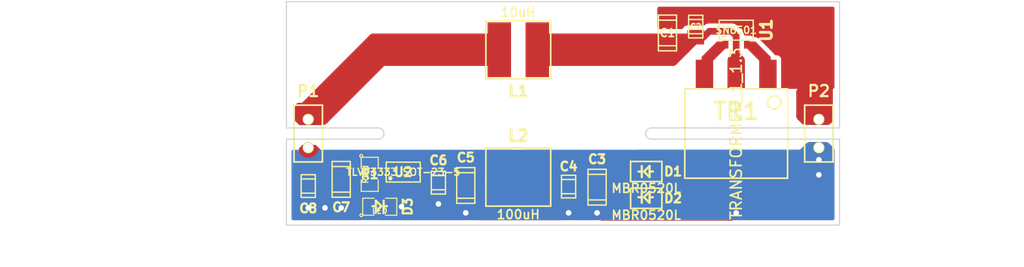
<source format=kicad_pcb>
(kicad_pcb (version 20171130) (host pcbnew "(5.1.12)-1")

  (general
    (thickness 1.6)
    (drawings 41)
    (tracks 196)
    (zones 0)
    (modules 19)
    (nets 13)
  )

  (page A3)
  (title_block
    (title "C2000 Launchpad (LAUNCHXL-F28027) isolated supply PCB")
    (rev A)
    (company "Mikolaj Stawiski")
    (comment 1 mikolaj.stawiski@gmail.com)
  )

  (layers
    (0 F.Cu signal)
    (31 B.Cu signal)
    (35 F.Paste user)
    (37 F.SilkS user)
    (38 B.Mask user)
    (39 F.Mask user)
    (40 Dwgs.User user)
    (44 Edge.Cuts user)
  )

  (setup
    (last_trace_width 0.254)
    (user_trace_width 0.5)
    (user_trace_width 0.6)
    (user_trace_width 0.7)
    (user_trace_width 0.8)
    (user_trace_width 1)
    (trace_clearance 0.254)
    (zone_clearance 0.4)
    (zone_45_only yes)
    (trace_min 0.254)
    (via_size 1)
    (via_drill 0.5)
    (via_min_size 0.8)
    (via_min_drill 0.5)
    (uvia_size 0.508)
    (uvia_drill 0.127)
    (uvias_allowed no)
    (uvia_min_size 0.508)
    (uvia_min_drill 0.127)
    (edge_width 0.1)
    (segment_width 0.2)
    (pcb_text_width 0.3)
    (pcb_text_size 1.5 1.5)
    (mod_edge_width 0.15)
    (mod_text_size 1 1)
    (mod_text_width 0.15)
    (pad_size 1.3 1.3)
    (pad_drill 0.8)
    (pad_to_mask_clearance 0.1)
    (solder_mask_min_width 0.2)
    (aux_axis_origin 98 88)
    (visible_elements 7FFFFFFF)
    (pcbplotparams
      (layerselection 0x00030_ffffffff)
      (usegerberextensions false)
      (usegerberattributes true)
      (usegerberadvancedattributes true)
      (creategerberjobfile true)
      (excludeedgelayer true)
      (linewidth 0.150000)
      (plotframeref false)
      (viasonmask false)
      (mode 1)
      (useauxorigin false)
      (hpglpennumber 1)
      (hpglpenspeed 20)
      (hpglpendiameter 15.000000)
      (psnegative false)
      (psa4output false)
      (plotreference true)
      (plotvalue false)
      (plotinvisibletext false)
      (padsonsilk false)
      (subtractmaskfromsilk false)
      (outputformat 5)
      (mirror false)
      (drillshape 0)
      (scaleselection 1)
      (outputdirectory "svg/"))
  )

  (net 0 "")
  (net 1 3.3V)
  (net 2 "3.3V isol")
  (net 3 GND)
  (net 4 GND_isol)
  (net 5 N-000001)
  (net 6 N-0000010)
  (net 7 N-0000011)
  (net 8 N-0000012)
  (net 9 N-000002)
  (net 10 N-000003)
  (net 11 N-000007)
  (net 12 N-000009)

  (net_class Default "To jest domyślna klasa połączeń."
    (clearance 0.254)
    (trace_width 0.254)
    (via_dia 1)
    (via_drill 0.5)
    (uvia_dia 0.508)
    (uvia_drill 0.127)
    (add_net 3.3V)
    (add_net "3.3V isol")
    (add_net GND)
    (add_net GND_isol)
    (add_net N-000001)
    (add_net N-0000010)
    (add_net N-0000011)
    (add_net N-0000012)
    (add_net N-000002)
    (add_net N-000003)
    (add_net N-000007)
    (add_net N-000009)
  )

  (module SOT23-5 (layer F.Cu) (tedit 5908B890) (tstamp 559BBDB3)
    (at 138.25 90.55)
    (path /5599056C)
    (attr smd)
    (fp_text reference U1 (at 2.7 0 90) (layer F.SilkS)
      (effects (font (size 1 1) (thickness 0.25)))
    )
    (fp_text value SN6501 (at 0 0) (layer F.SilkS)
      (effects (font (size 0.635 0.635) (thickness 0.127)))
    )
    (fp_line (start -1.524 -0.889) (end 1.524 -0.889) (layer F.SilkS) (width 0.127))
    (fp_line (start -1.524 0.889) (end -1.524 -0.889) (layer F.SilkS) (width 0.127))
    (fp_line (start 1.524 0.889) (end -1.524 0.889) (layer F.SilkS) (width 0.127))
    (fp_line (start 1.524 -0.889) (end 1.524 0.889) (layer F.SilkS) (width 0.127))
    (pad 1 smd rect (at -0.9525 1.27) (size 0.508 0.762) (layers F.Cu F.Paste F.Mask)
      (net 11 N-000007))
    (pad 3 smd rect (at 0.9525 1.27) (size 0.508 0.762) (layers F.Cu F.Paste F.Mask)
      (net 10 N-000003))
    (pad 5 smd rect (at -0.9525 -1.27) (size 0.508 0.762) (layers F.Cu F.Paste F.Mask)
      (net 3 GND))
    (pad 2 smd rect (at 0 1.27) (size 0.508 0.762) (layers F.Cu F.Paste F.Mask)
      (net 5 N-000001))
    (pad 4 smd rect (at 0.9525 -1.27) (size 0.508 0.762) (layers F.Cu F.Paste F.Mask)
      (net 3 GND))
    (model smd/SOT23_5.wrl
      (at (xyz 0 0 0))
      (scale (xyz 0.1 0.1 0.1))
      (rotate (xyz 0 0 0))
    )
  )

  (module SOT23-5 (layer F.Cu) (tedit 5908B8FC) (tstamp 559BBDC0)
    (at 108.45 103.25)
    (path /559AD40B)
    (attr smd)
    (fp_text reference U2 (at 0 0) (layer F.SilkS)
      (effects (font (size 0.8 0.8) (thickness 0.2)))
    )
    (fp_text value "TLV73333 SOT-23-5" (at 0 0) (layer F.SilkS)
      (effects (font (size 0.635 0.635) (thickness 0.127)))
    )
    (fp_line (start -1.524 -0.889) (end 1.524 -0.889) (layer F.SilkS) (width 0.127))
    (fp_line (start -1.524 0.889) (end -1.524 -0.889) (layer F.SilkS) (width 0.127))
    (fp_line (start 1.524 0.889) (end -1.524 0.889) (layer F.SilkS) (width 0.127))
    (fp_line (start 1.524 -0.889) (end 1.524 0.889) (layer F.SilkS) (width 0.127))
    (pad 1 smd rect (at -0.9525 1.27) (size 0.508 0.762) (layers F.Cu F.Paste F.Mask)
      (net 8 N-0000012))
    (pad 3 smd rect (at 0.9525 1.27) (size 0.508 0.762) (layers F.Cu F.Paste F.Mask)
      (net 8 N-0000012))
    (pad 5 smd rect (at -0.9525 -1.27) (size 0.508 0.762) (layers F.Cu F.Paste F.Mask)
      (net 2 "3.3V isol"))
    (pad 2 smd rect (at 0 1.27) (size 0.508 0.762) (layers F.Cu F.Paste F.Mask)
      (net 4 GND_isol))
    (pad 4 smd rect (at 0.9525 -1.27) (size 0.508 0.762) (layers F.Cu F.Paste F.Mask))
    (model smd/SOT23_5.wrl
      (at (xyz 0 0 0))
      (scale (xyz 0.1 0.1 0.1))
      (rotate (xyz 0 0 0))
    )
  )

  (module SOD-123 (layer F.Cu) (tedit 5908BDD8) (tstamp 559BBDCE)
    (at 130.2 103.2 180)
    (path /55991307)
    (fp_text reference D1 (at -2.4 0 180) (layer F.SilkS)
      (effects (font (size 0.8 0.8) (thickness 0.2)))
    )
    (fp_text value MBR0520L (at 0 -1.5 180) (layer F.SilkS)
      (effects (font (size 0.8 0.8) (thickness 0.15)))
    )
    (fp_line (start 1.4 -0.9) (end 0 -0.9) (layer F.SilkS) (width 0.15))
    (fp_line (start 1.4 0) (end 1.4 -0.9) (layer F.SilkS) (width 0.15))
    (fp_line (start 1.4 0.9) (end 1.4 0) (layer F.SilkS) (width 0.15))
    (fp_line (start 0 0.9) (end 1.4 0.9) (layer F.SilkS) (width 0.15))
    (fp_line (start -1.4 0.9) (end 0 0.9) (layer F.SilkS) (width 0.15))
    (fp_line (start -1.4 0) (end -1.4 0.9) (layer F.SilkS) (width 0.15))
    (fp_line (start -1.4 -0.9) (end -1.4 0) (layer F.SilkS) (width 0.15))
    (fp_line (start 0 -0.9) (end -1.4 -0.9) (layer F.SilkS) (width 0.15))
    (pad 1 smd rect (at -1.635 0 180) (size 0.91 1.22) (layers F.Cu F.Paste F.Mask)
      (net 6 N-0000010))
    (pad 2 smd rect (at 1.635 0 180) (size 0.91 1.22) (layers F.Cu F.Paste F.Mask)
      (net 12 N-000009))
  )

  (module SOD-123 (layer F.Cu) (tedit 5908BDDD) (tstamp 559BBDDC)
    (at 130.2 105.6 180)
    (path /55991316)
    (fp_text reference D2 (at -2.4 0 180) (layer F.SilkS)
      (effects (font (size 0.8 0.8) (thickness 0.2)))
    )
    (fp_text value MBR0520L (at 0 -1.5 180) (layer F.SilkS)
      (effects (font (size 0.8 0.8) (thickness 0.15)))
    )
    (fp_line (start 1.4 -0.9) (end 0 -0.9) (layer F.SilkS) (width 0.15))
    (fp_line (start 1.4 0) (end 1.4 -0.9) (layer F.SilkS) (width 0.15))
    (fp_line (start 1.4 0.9) (end 1.4 0) (layer F.SilkS) (width 0.15))
    (fp_line (start 0 0.9) (end 1.4 0.9) (layer F.SilkS) (width 0.15))
    (fp_line (start -1.4 0.9) (end 0 0.9) (layer F.SilkS) (width 0.15))
    (fp_line (start -1.4 0) (end -1.4 0.9) (layer F.SilkS) (width 0.15))
    (fp_line (start -1.4 -0.9) (end -1.4 0) (layer F.SilkS) (width 0.15))
    (fp_line (start 0 -0.9) (end -1.4 -0.9) (layer F.SilkS) (width 0.15))
    (pad 1 smd rect (at -1.635 0 180) (size 0.91 1.22) (layers F.Cu F.Paste F.Mask)
      (net 7 N-0000011))
    (pad 2 smd rect (at 1.635 0 180) (size 0.91 1.22) (layers F.Cu F.Paste F.Mask)
      (net 12 N-000009))
  )

  (module SM0805 (layer F.Cu) (tedit 5908B90A) (tstamp 559BBDE9)
    (at 105.45 103.45 270)
    (path /559AD6C6)
    (attr smd)
    (fp_text reference R1 (at 0 0) (layer F.SilkS)
      (effects (font (size 0.8 0.8) (thickness 0.2)))
    )
    (fp_text value Rled (at 0 0.381 270) (layer F.SilkS)
      (effects (font (size 0.50038 0.50038) (thickness 0.10922)))
    )
    (fp_line (start 1.524 0.762) (end 0.508 0.762) (layer F.SilkS) (width 0.09906))
    (fp_line (start 1.524 -0.762) (end 1.524 0.762) (layer F.SilkS) (width 0.09906))
    (fp_line (start 0.508 -0.762) (end 1.524 -0.762) (layer F.SilkS) (width 0.09906))
    (fp_line (start -1.524 -0.762) (end -0.508 -0.762) (layer F.SilkS) (width 0.09906))
    (fp_line (start -1.524 0.762) (end -1.524 -0.762) (layer F.SilkS) (width 0.09906))
    (fp_line (start -0.508 0.762) (end -1.524 0.762) (layer F.SilkS) (width 0.09906))
    (fp_circle (center -1.651 0.762) (end -1.651 0.635) (layer F.SilkS) (width 0.09906))
    (pad 1 smd rect (at -0.9525 0 270) (size 0.889 1.397) (layers F.Cu F.Paste F.Mask)
      (net 2 "3.3V isol"))
    (pad 2 smd rect (at 0.9525 0 270) (size 0.889 1.397) (layers F.Cu F.Paste F.Mask)
      (net 9 N-000002))
    (model smd/chip_cms.wrl
      (at (xyz 0 0 0))
      (scale (xyz 0.1 0.1 0.1))
      (rotate (xyz 0 0 0))
    )
  )

  (module SM0805 (layer F.Cu) (tedit 5908B944) (tstamp 559BBDF6)
    (at 106.35 106.35)
    (path /559AD6D5)
    (attr smd)
    (fp_text reference D3 (at 2.5 0 90) (layer F.SilkS)
      (effects (font (size 0.8 0.8) (thickness 0.2)))
    )
    (fp_text value LED (at 0 0.381) (layer F.SilkS)
      (effects (font (size 0.50038 0.50038) (thickness 0.10922)))
    )
    (fp_line (start 1.524 0.762) (end 0.508 0.762) (layer F.SilkS) (width 0.09906))
    (fp_line (start 1.524 -0.762) (end 1.524 0.762) (layer F.SilkS) (width 0.09906))
    (fp_line (start 0.508 -0.762) (end 1.524 -0.762) (layer F.SilkS) (width 0.09906))
    (fp_line (start -1.524 -0.762) (end -0.508 -0.762) (layer F.SilkS) (width 0.09906))
    (fp_line (start -1.524 0.762) (end -1.524 -0.762) (layer F.SilkS) (width 0.09906))
    (fp_line (start -0.508 0.762) (end -1.524 0.762) (layer F.SilkS) (width 0.09906))
    (fp_circle (center -1.651 0.762) (end -1.651 0.635) (layer F.SilkS) (width 0.09906))
    (pad 1 smd rect (at -0.9525 0) (size 0.889 1.397) (layers F.Cu F.Paste F.Mask)
      (net 9 N-000002))
    (pad 2 smd rect (at 0.9525 0) (size 0.889 1.397) (layers F.Cu F.Paste F.Mask)
      (net 4 GND_isol))
    (model smd/chip_cms.wrl
      (at (xyz 0 0 0))
      (scale (xyz 0.1 0.1 0.1))
      (rotate (xyz 0 0 0))
    )
  )

  (module PIN_ARRAY_2X1 (layer F.Cu) (tedit 5908B821) (tstamp 5908B5A4)
    (at 99.95 99.8 90)
    (descr "Connecteurs 2 pins")
    (tags "CONN DEV")
    (path /55990836)
    (fp_text reference P1 (at 3.8 0 180) (layer F.SilkS)
      (effects (font (size 1 1) (thickness 0.2)))
    )
    (fp_text value CONN_2 (at 0 -1.905 90) (layer F.SilkS) hide
      (effects (font (size 0.762 0.762) (thickness 0.1524)))
    )
    (fp_line (start 2.54 1.27) (end -2.54 1.27) (layer F.SilkS) (width 0.1524))
    (fp_line (start 2.54 -1.27) (end 2.54 1.27) (layer F.SilkS) (width 0.1524))
    (fp_line (start -2.54 -1.27) (end 2.54 -1.27) (layer F.SilkS) (width 0.1524))
    (fp_line (start -2.54 1.27) (end -2.54 -1.27) (layer F.SilkS) (width 0.1524))
    (pad 1 thru_hole circle (at -1.27 0 90) (size 1 1) (drill 0.8) (layers *.Cu *.Mask F.SilkS)
      (net 2 "3.3V isol"))
    (pad 2 thru_hole circle (at 1.27 0 90) (size 1 1) (drill 0.8) (layers *.Cu *.Mask F.SilkS)
      (net 1 3.3V))
    (model pin_array/pins_array_2x1.wrl
      (at (xyz 0 0 0))
      (scale (xyz 1 1 1))
      (rotate (xyz 0 0 0))
    )
  )

  (module PIN_ARRAY_2X1 (layer F.Cu) (tedit 5908B838) (tstamp 5909154F)
    (at 145.65 99.8 90)
    (descr "Connecteurs 2 pins")
    (tags "CONN DEV")
    (path /559ADB7F)
    (fp_text reference P2 (at 3.8 0 180) (layer F.SilkS)
      (effects (font (size 1 1) (thickness 0.2)))
    )
    (fp_text value CONN_2 (at 0 -1.905 90) (layer F.SilkS) hide
      (effects (font (size 0.762 0.762) (thickness 0.1524)))
    )
    (fp_line (start 2.54 1.27) (end -2.54 1.27) (layer F.SilkS) (width 0.1524))
    (fp_line (start 2.54 -1.27) (end 2.54 1.27) (layer F.SilkS) (width 0.1524))
    (fp_line (start -2.54 -1.27) (end 2.54 -1.27) (layer F.SilkS) (width 0.1524))
    (fp_line (start -2.54 1.27) (end -2.54 -1.27) (layer F.SilkS) (width 0.1524))
    (pad 1 thru_hole circle (at -1.27 0 90) (size 1 1) (drill 0.8) (layers *.Cu *.Mask F.SilkS)
      (net 4 GND_isol))
    (pad 2 thru_hole circle (at 1.27 0 90) (size 1 1) (drill 0.8) (layers *.Cu *.Mask F.SilkS)
      (net 3 GND))
    (model pin_array/pins_array_2x1.wrl
      (at (xyz 0 0 0))
      (scale (xyz 1 1 1))
      (rotate (xyz 0 0 0))
    )
  )

  (module c_1206 (layer F.Cu) (tedit 5908B874) (tstamp 559BBE16)
    (at 132.1 90.8 270)
    (descr "SMT capacitor, 1206")
    (path /559905D2)
    (fp_text reference C1 (at 0 0) (layer F.SilkS)
      (effects (font (size 0.7 0.7) (thickness 0.15)))
    )
    (fp_text value 4.7u (at 0 1.27 270) (layer F.SilkS) hide
      (effects (font (size 0.50038 0.50038) (thickness 0.11938)))
    )
    (fp_line (start 1.6002 -0.8128) (end -1.6002 -0.8128) (layer F.SilkS) (width 0.127))
    (fp_line (start 1.6002 0.8128) (end 1.6002 -0.8128) (layer F.SilkS) (width 0.127))
    (fp_line (start -1.6002 0.8128) (end 1.6002 0.8128) (layer F.SilkS) (width 0.127))
    (fp_line (start -1.6002 -0.8128) (end -1.6002 0.8128) (layer F.SilkS) (width 0.127))
    (fp_line (start -1.143 -0.8128) (end -1.143 0.8128) (layer F.SilkS) (width 0.127))
    (fp_line (start 1.143 0.8128) (end 1.143 -0.8128) (layer F.SilkS) (width 0.127))
    (pad 1 smd rect (at 1.397 0 270) (size 1.6002 1.8034) (layers F.Cu F.Paste F.Mask)
      (net 5 N-000001))
    (pad 2 smd rect (at -1.397 0 270) (size 1.6002 1.8034) (layers F.Cu F.Paste F.Mask)
      (net 3 GND))
    (model smd/capacitors/c_1206.wrl
      (at (xyz 0 0 0))
      (scale (xyz 1 1 1))
      (rotate (xyz 0 0 0))
    )
  )

  (module c_1206 (layer F.Cu) (tedit 5908B8C7) (tstamp 559BBE22)
    (at 125.8 104.6 90)
    (descr "SMT capacitor, 1206")
    (path /5599139F)
    (fp_text reference C3 (at 2.5 0 180) (layer F.SilkS)
      (effects (font (size 0.8 0.8) (thickness 0.2)))
    )
    (fp_text value 4.7u (at 0 1.27 90) (layer F.SilkS) hide
      (effects (font (size 0.50038 0.50038) (thickness 0.11938)))
    )
    (fp_line (start 1.6002 -0.8128) (end -1.6002 -0.8128) (layer F.SilkS) (width 0.127))
    (fp_line (start 1.6002 0.8128) (end 1.6002 -0.8128) (layer F.SilkS) (width 0.127))
    (fp_line (start -1.6002 0.8128) (end 1.6002 0.8128) (layer F.SilkS) (width 0.127))
    (fp_line (start -1.6002 -0.8128) (end -1.6002 0.8128) (layer F.SilkS) (width 0.127))
    (fp_line (start -1.143 -0.8128) (end -1.143 0.8128) (layer F.SilkS) (width 0.127))
    (fp_line (start 1.143 0.8128) (end 1.143 -0.8128) (layer F.SilkS) (width 0.127))
    (pad 1 smd rect (at 1.397 0 90) (size 1.6002 1.8034) (layers F.Cu F.Paste F.Mask)
      (net 12 N-000009))
    (pad 2 smd rect (at -1.397 0 90) (size 1.6002 1.8034) (layers F.Cu F.Paste F.Mask)
      (net 4 GND_isol))
    (model smd/capacitors/c_1206.wrl
      (at (xyz 0 0 0))
      (scale (xyz 1 1 1))
      (rotate (xyz 0 0 0))
    )
  )

  (module c_1206 (layer F.Cu) (tedit 5908B935) (tstamp 559BBE2E)
    (at 102.9 103.9 90)
    (descr "SMT capacitor, 1206")
    (path /559AE1A5)
    (fp_text reference C7 (at -2.5 0 180) (layer F.SilkS)
      (effects (font (size 0.8 0.8) (thickness 0.2)))
    )
    (fp_text value 4.7u (at 0 1.27 90) (layer F.SilkS) hide
      (effects (font (size 0.50038 0.50038) (thickness 0.11938)))
    )
    (fp_line (start 1.6002 -0.8128) (end -1.6002 -0.8128) (layer F.SilkS) (width 0.127))
    (fp_line (start 1.6002 0.8128) (end 1.6002 -0.8128) (layer F.SilkS) (width 0.127))
    (fp_line (start -1.6002 0.8128) (end 1.6002 0.8128) (layer F.SilkS) (width 0.127))
    (fp_line (start -1.6002 -0.8128) (end -1.6002 0.8128) (layer F.SilkS) (width 0.127))
    (fp_line (start -1.143 -0.8128) (end -1.143 0.8128) (layer F.SilkS) (width 0.127))
    (fp_line (start 1.143 0.8128) (end 1.143 -0.8128) (layer F.SilkS) (width 0.127))
    (pad 1 smd rect (at 1.397 0 90) (size 1.6002 1.8034) (layers F.Cu F.Paste F.Mask)
      (net 2 "3.3V isol"))
    (pad 2 smd rect (at -1.397 0 90) (size 1.6002 1.8034) (layers F.Cu F.Paste F.Mask)
      (net 4 GND_isol))
    (model smd/capacitors/c_1206.wrl
      (at (xyz 0 0 0))
      (scale (xyz 1 1 1))
      (rotate (xyz 0 0 0))
    )
  )

  (module c_1206 (layer F.Cu) (tedit 5908B8E5) (tstamp 559BBE3A)
    (at 114.05 104.45 90)
    (descr "SMT capacitor, 1206")
    (path /55991455)
    (fp_text reference C5 (at 2.5 0 180) (layer F.SilkS)
      (effects (font (size 0.8 0.8) (thickness 0.2)))
    )
    (fp_text value 4.7u (at 0 1.27 90) (layer F.SilkS) hide
      (effects (font (size 0.50038 0.50038) (thickness 0.11938)))
    )
    (fp_line (start 1.6002 -0.8128) (end -1.6002 -0.8128) (layer F.SilkS) (width 0.127))
    (fp_line (start 1.6002 0.8128) (end 1.6002 -0.8128) (layer F.SilkS) (width 0.127))
    (fp_line (start -1.6002 0.8128) (end 1.6002 0.8128) (layer F.SilkS) (width 0.127))
    (fp_line (start -1.6002 -0.8128) (end -1.6002 0.8128) (layer F.SilkS) (width 0.127))
    (fp_line (start -1.143 -0.8128) (end -1.143 0.8128) (layer F.SilkS) (width 0.127))
    (fp_line (start 1.143 0.8128) (end 1.143 -0.8128) (layer F.SilkS) (width 0.127))
    (pad 1 smd rect (at 1.397 0 90) (size 1.6002 1.8034) (layers F.Cu F.Paste F.Mask)
      (net 8 N-0000012))
    (pad 2 smd rect (at -1.397 0 90) (size 1.6002 1.8034) (layers F.Cu F.Paste F.Mask)
      (net 4 GND_isol))
    (model smd/capacitors/c_1206.wrl
      (at (xyz 0 0 0))
      (scale (xyz 1 1 1))
      (rotate (xyz 0 0 0))
    )
  )

  (module c_0805 (layer F.Cu) (tedit 5908B92C) (tstamp 59091789)
    (at 99.95 104.5 90)
    (descr "SMT capacitor, 0805")
    (path /559AE1AB)
    (fp_text reference C8 (at -2 0 180) (layer F.SilkS)
      (effects (font (size 0.8 0.8) (thickness 0.2)))
    )
    (fp_text value 100n (at 0 0.9906 90) (layer F.SilkS) hide
      (effects (font (size 0.29972 0.29972) (thickness 0.06096)))
    )
    (fp_line (start -1.016 0.635) (end -1.016 -0.635) (layer F.SilkS) (width 0.127))
    (fp_line (start 1.016 0.635) (end -1.016 0.635) (layer F.SilkS) (width 0.127))
    (fp_line (start 1.016 -0.635) (end 1.016 0.635) (layer F.SilkS) (width 0.127))
    (fp_line (start -1.016 -0.635) (end 1.016 -0.635) (layer F.SilkS) (width 0.127))
    (fp_line (start -0.635 -0.635) (end -0.635 0.6096) (layer F.SilkS) (width 0.127))
    (fp_line (start 0.635 -0.635) (end 0.635 0.635) (layer F.SilkS) (width 0.127))
    (pad 1 smd rect (at 0.9525 0 90) (size 1.30048 1.4986) (layers F.Cu F.Paste F.Mask)
      (net 2 "3.3V isol"))
    (pad 2 smd rect (at -0.9525 0 90) (size 1.30048 1.4986) (layers F.Cu F.Paste F.Mask)
      (net 4 GND_isol))
    (model smd/capacitors/c_0805.wrl
      (at (xyz 0 0 0))
      (scale (xyz 1 1 1))
      (rotate (xyz 0 0 0))
    )
  )

  (module c_0805 (layer F.Cu) (tedit 5908B8F1) (tstamp 559BBE52)
    (at 111.6 104.2 90)
    (descr "SMT capacitor, 0805")
    (path /5599145B)
    (fp_text reference C6 (at 2 0 180) (layer F.SilkS)
      (effects (font (size 0.8 0.8) (thickness 0.2)))
    )
    (fp_text value 100n (at 0 0.9906 90) (layer F.SilkS) hide
      (effects (font (size 0.29972 0.29972) (thickness 0.06096)))
    )
    (fp_line (start -1.016 0.635) (end -1.016 -0.635) (layer F.SilkS) (width 0.127))
    (fp_line (start 1.016 0.635) (end -1.016 0.635) (layer F.SilkS) (width 0.127))
    (fp_line (start 1.016 -0.635) (end 1.016 0.635) (layer F.SilkS) (width 0.127))
    (fp_line (start -1.016 -0.635) (end 1.016 -0.635) (layer F.SilkS) (width 0.127))
    (fp_line (start -0.635 -0.635) (end -0.635 0.6096) (layer F.SilkS) (width 0.127))
    (fp_line (start 0.635 -0.635) (end 0.635 0.635) (layer F.SilkS) (width 0.127))
    (pad 1 smd rect (at 0.9525 0 90) (size 1.30048 1.4986) (layers F.Cu F.Paste F.Mask)
      (net 8 N-0000012))
    (pad 2 smd rect (at -0.9525 0 90) (size 1.30048 1.4986) (layers F.Cu F.Paste F.Mask)
      (net 4 GND_isol))
    (model smd/capacitors/c_0805.wrl
      (at (xyz 0 0 0))
      (scale (xyz 1 1 1))
      (rotate (xyz 0 0 0))
    )
  )

  (module c_0805 (layer F.Cu) (tedit 5908B8D6) (tstamp 559BBE5E)
    (at 123.25 104.55 90)
    (descr "SMT capacitor, 0805")
    (path /559913AE)
    (fp_text reference C4 (at 1.8 0 180) (layer F.SilkS)
      (effects (font (size 0.8 0.8) (thickness 0.2)))
    )
    (fp_text value 100n (at 0 0.9906 90) (layer F.SilkS) hide
      (effects (font (size 0.29972 0.29972) (thickness 0.06096)))
    )
    (fp_line (start -1.016 0.635) (end -1.016 -0.635) (layer F.SilkS) (width 0.127))
    (fp_line (start 1.016 0.635) (end -1.016 0.635) (layer F.SilkS) (width 0.127))
    (fp_line (start 1.016 -0.635) (end 1.016 0.635) (layer F.SilkS) (width 0.127))
    (fp_line (start -1.016 -0.635) (end 1.016 -0.635) (layer F.SilkS) (width 0.127))
    (fp_line (start -0.635 -0.635) (end -0.635 0.6096) (layer F.SilkS) (width 0.127))
    (fp_line (start 0.635 -0.635) (end 0.635 0.635) (layer F.SilkS) (width 0.127))
    (pad 1 smd rect (at 0.9525 0 90) (size 1.30048 1.4986) (layers F.Cu F.Paste F.Mask)
      (net 12 N-000009))
    (pad 2 smd rect (at -0.9525 0 90) (size 1.30048 1.4986) (layers F.Cu F.Paste F.Mask)
      (net 4 GND_isol))
    (model smd/capacitors/c_0805.wrl
      (at (xyz 0 0 0))
      (scale (xyz 1 1 1))
      (rotate (xyz 0 0 0))
    )
  )

  (module c_0805 (layer F.Cu) (tedit 5908B87D) (tstamp 559BBE6A)
    (at 134.63 90.23 270)
    (descr "SMT capacitor, 0805")
    (path /559905C3)
    (fp_text reference C2 (at 0 0) (layer F.SilkS)
      (effects (font (size 0.5 0.5) (thickness 0.125)))
    )
    (fp_text value 100n (at 0 0.9906 270) (layer F.SilkS) hide
      (effects (font (size 0.29972 0.29972) (thickness 0.06096)))
    )
    (fp_line (start -1.016 0.635) (end -1.016 -0.635) (layer F.SilkS) (width 0.127))
    (fp_line (start 1.016 0.635) (end -1.016 0.635) (layer F.SilkS) (width 0.127))
    (fp_line (start 1.016 -0.635) (end 1.016 0.635) (layer F.SilkS) (width 0.127))
    (fp_line (start -1.016 -0.635) (end 1.016 -0.635) (layer F.SilkS) (width 0.127))
    (fp_line (start -0.635 -0.635) (end -0.635 0.6096) (layer F.SilkS) (width 0.127))
    (fp_line (start 0.635 -0.635) (end 0.635 0.635) (layer F.SilkS) (width 0.127))
    (pad 1 smd rect (at 0.9525 0 270) (size 1.30048 1.4986) (layers F.Cu F.Paste F.Mask)
      (net 5 N-000001))
    (pad 2 smd rect (at -0.9525 0 270) (size 1.30048 1.4986) (layers F.Cu F.Paste F.Mask)
      (net 3 GND))
    (model smd/capacitors/c_0805.wrl
      (at (xyz 0 0 0))
      (scale (xyz 1 1 1))
      (rotate (xyz 0 0 0))
    )
  )

  (module transf_isol_wurth (layer F.Cu) (tedit 5908B8A0) (tstamp 559BBDA6)
    (at 138.25 99.8 270)
    (path /55991248)
    (fp_text reference TR1 (at -2 0) (layer F.SilkS)
      (effects (font (size 1.5 1.5) (thickness 0.25)))
    )
    (fp_text value TRANSFORMER_1_1.3 (at 0 0 270) (layer F.SilkS)
      (effects (font (size 1 1) (thickness 0.15)))
    )
    (fp_line (start 4 -4.6) (end 0 -4.6) (layer F.SilkS) (width 0.15))
    (fp_line (start 4 0) (end 4 -4.6) (layer F.SilkS) (width 0.15))
    (fp_line (start 4 4.6) (end 4 0) (layer F.SilkS) (width 0.15))
    (fp_line (start 0 4.6) (end 4 4.6) (layer F.SilkS) (width 0.15))
    (fp_line (start -4 4.6) (end 0 4.6) (layer F.SilkS) (width 0.15))
    (fp_line (start -4 0) (end -4 4.6) (layer F.SilkS) (width 0.15))
    (fp_line (start -4 -4.6) (end -4 0) (layer F.SilkS) (width 0.15))
    (fp_line (start 0 -4.6) (end -4 -4.6) (layer F.SilkS) (width 0.15))
    (fp_circle (center -2.8 -3.4) (end -2.2 -3.4) (layer F.SilkS) (width 0.15))
    (pad 1 smd rect (at -5.305 -2.84 270) (size 2.6 1.56) (layers F.Cu F.Paste F.Mask)
      (net 10 N-000003))
    (pad 2 smd rect (at -5.305 0 270) (size 2.6 1.56) (layers F.Cu F.Paste F.Mask)
      (net 5 N-000001))
    (pad 3 smd rect (at -5.305 2.84 270) (size 2.6 1.56) (layers F.Cu F.Paste F.Mask)
      (net 11 N-000007))
    (pad 4 smd rect (at 5.305 2.84 270) (size 2.6 1.56) (layers F.Cu F.Paste F.Mask)
      (net 7 N-0000011))
    (pad 5 smd rect (at 5.305 0 270) (size 2.6 1.56) (layers F.Cu F.Paste F.Mask)
      (net 4 GND_isol))
    (pad 6 smd rect (at 5.305 -2.84 270) (size 2.6 1.56) (layers F.Cu F.Paste F.Mask)
      (net 6 N-0000010))
  )

  (module VLCF5020 (layer F.Cu) (tedit 5908B867) (tstamp 559BBD94)
    (at 118.75 103.7 180)
    (path /55991448)
    (fp_text reference L2 (at 0 3.7 180) (layer F.SilkS)
      (effects (font (size 1 1) (thickness 0.25)))
    )
    (fp_text value 100uH (at 0 -3.35 180) (layer F.SilkS)
      (effects (font (size 0.8 0.8) (thickness 0.15)))
    )
    (fp_line (start -2.9 2.6) (end -2.9 -2.6) (layer F.SilkS) (width 0.15))
    (fp_line (start 0 2.6) (end -2.9 2.6) (layer F.SilkS) (width 0.15))
    (fp_line (start 2.9 2.6) (end 0 2.6) (layer F.SilkS) (width 0.15))
    (fp_line (start 2.9 0) (end 2.9 2.6) (layer F.SilkS) (width 0.15))
    (fp_line (start 2.9 -2.6) (end 2.9 0) (layer F.SilkS) (width 0.15))
    (fp_line (start -2.9 -2.6) (end 2.9 -2.6) (layer F.SilkS) (width 0.15))
    (pad 1 smd rect (at -1.7 0 180) (size 2.1 4.9) (layers F.Cu F.Paste F.Mask)
      (net 12 N-000009))
    (pad 2 smd rect (at 1.7 0 180) (size 2.1 4.9) (layers F.Cu F.Paste F.Mask)
      (net 8 N-0000012))
  )

  (module VLCF5020 (layer F.Cu) (tedit 5908B854) (tstamp 559BBD8E)
    (at 118.75 92.3)
    (path /559905B4)
    (fp_text reference L1 (at 0 3.7) (layer F.SilkS)
      (effects (font (size 1 1) (thickness 0.25)))
    )
    (fp_text value 10uH (at 0 -3.35) (layer F.SilkS)
      (effects (font (size 0.8 0.8) (thickness 0.15)))
    )
    (fp_line (start -2.9 2.6) (end -2.9 -2.6) (layer F.SilkS) (width 0.15))
    (fp_line (start 0 2.6) (end -2.9 2.6) (layer F.SilkS) (width 0.15))
    (fp_line (start 2.9 2.6) (end 0 2.6) (layer F.SilkS) (width 0.15))
    (fp_line (start 2.9 0) (end 2.9 2.6) (layer F.SilkS) (width 0.15))
    (fp_line (start 2.9 -2.6) (end 2.9 0) (layer F.SilkS) (width 0.15))
    (fp_line (start -2.9 -2.6) (end 2.9 -2.6) (layer F.SilkS) (width 0.15))
    (pad 1 smd rect (at -1.7 0) (size 2.1 4.9) (layers F.Cu F.Paste F.Mask)
      (net 1 3.3V))
    (pad 2 smd rect (at 1.7 0) (size 2.1 4.9) (layers F.Cu F.Paste F.Mask)
      (net 5 N-000001))
  )

  (gr_circle (center 107.3 103.8) (end 107.4 103.8) (layer F.SilkS) (width 0.2))
  (gr_circle (center 137.1 91.1) (end 137.2 91.1) (layer F.SilkS) (width 0.2))
  (gr_line (start 130.6 105.5) (end 130.8 105.5) (angle 90) (layer F.SilkS) (width 0.2) (tstamp 5908BDA5))
  (gr_line (start 129.7 105.5) (end 129.5 105.5) (angle 90) (layer F.SilkS) (width 0.2) (tstamp 5908BDA4))
  (gr_line (start 129.8 106) (end 129.8 105) (angle 90) (layer F.SilkS) (width 0.2) (tstamp 5908BDA3))
  (gr_line (start 130.5 106) (end 130 105.5) (angle 90) (layer F.SilkS) (width 0.2) (tstamp 5908BDA2))
  (gr_line (start 130.5 105) (end 130 105.5) (angle 90) (layer F.SilkS) (width 0.2) (tstamp 5908BDA1))
  (gr_line (start 130.5 106) (end 130.5 105) (angle 90) (layer F.SilkS) (width 0.2) (tstamp 5908BDA0))
  (gr_line (start 130.5 103.7) (end 130.5 102.7) (angle 90) (layer F.SilkS) (width 0.2) (tstamp 5908BD9F))
  (gr_line (start 130.5 102.7) (end 130 103.2) (angle 90) (layer F.SilkS) (width 0.2) (tstamp 5908BD9E))
  (gr_line (start 130.5 103.7) (end 130 103.2) (angle 90) (layer F.SilkS) (width 0.2) (tstamp 5908BD9D))
  (gr_line (start 129.8 103.7) (end 129.8 102.7) (angle 90) (layer F.SilkS) (width 0.2) (tstamp 5908BD9C))
  (gr_line (start 129.7 103.2) (end 129.5 103.2) (angle 90) (layer F.SilkS) (width 0.2) (tstamp 5908BD9B))
  (gr_line (start 130.6 103.2) (end 130.8 103.2) (angle 90) (layer F.SilkS) (width 0.2) (tstamp 5908BD9A))
  (gr_line (start 105.9 106.3) (end 105.7 106.3) (angle 90) (layer F.SilkS) (width 0.2))
  (gr_line (start 106.8 106.3) (end 107 106.3) (angle 90) (layer F.SilkS) (width 0.2))
  (gr_line (start 106.7 105.8) (end 106.7 106.8) (angle 90) (layer F.SilkS) (width 0.2))
  (gr_line (start 106 105.8) (end 106.5 106.3) (angle 90) (layer F.SilkS) (width 0.2))
  (gr_line (start 106 106.8) (end 106.5 106.3) (angle 90) (layer F.SilkS) (width 0.2))
  (gr_line (start 106 105.8) (end 106 106.8) (angle 90) (layer F.SilkS) (width 0.2))
  (gr_text Vout_GND_ISO (at 156 102) (layer Dwgs.User)
    (effects (font (size 1.5 1.5) (thickness 0.3)))
  )
  (gr_text Vin_GND (at 153 98) (layer Dwgs.User)
    (effects (font (size 1.5 1.5) (thickness 0.3)))
  )
  (dimension 49.5 (width 0.3) (layer Dwgs.User)
    (gr_text "49.5 mm" (at 122.75 112.35) (layer Dwgs.User)
      (effects (font (size 1.5 1.5) (thickness 0.3)))
    )
    (feature1 (pts (xy 147.5 108) (xy 147.5 113.7)))
    (feature2 (pts (xy 98 108) (xy 98 113.7)))
    (crossbar (pts (xy 98 111) (xy 147.5 111)))
    (arrow1a (pts (xy 147.5 111) (xy 146.373497 111.58642)))
    (arrow1b (pts (xy 147.5 111) (xy 146.373497 110.41358)))
    (arrow2a (pts (xy 98 111) (xy 99.126503 111.58642)))
    (arrow2b (pts (xy 98 111) (xy 99.126503 110.41358)))
  )
  (dimension 20 (width 0.3) (layer Dwgs.User)
    (gr_text "20 mm" (at 78.650001 97.999999 270) (layer Dwgs.User)
      (effects (font (size 1.5 1.5) (thickness 0.3)))
    )
    (feature1 (pts (xy 98 108) (xy 77.300001 107.999999)))
    (feature2 (pts (xy 98 88) (xy 77.300001 87.999999)))
    (crossbar (pts (xy 80.000001 87.999999) (xy 80.000001 107.999999)))
    (arrow1a (pts (xy 80.000001 107.999999) (xy 79.413581 106.873496)))
    (arrow1b (pts (xy 80.000001 107.999999) (xy 80.586421 106.873496)))
    (arrow2a (pts (xy 80.000001 87.999999) (xy 79.413581 89.126502)))
    (arrow2b (pts (xy 80.000001 87.999999) (xy 80.586421 89.126502)))
  )
  (gr_line (start 98 108) (end 98 100.3) (angle 90) (layer Edge.Cuts) (width 0.1))
  (gr_line (start 147.5 108) (end 147.5 100.3) (angle 90) (layer Edge.Cuts) (width 0.1))
  (gr_line (start 98 108) (end 147.5 108) (angle 90) (layer Edge.Cuts) (width 0.1))
  (gr_text Vout_3.3V_ISO (at 89.5 102) (layer Dwgs.User)
    (effects (font (size 1.5 1.5) (thickness 0.3)))
  )
  (gr_text Vin (at 95.5 98) (layer Dwgs.User)
    (effects (font (size 1.5 1.5) (thickness 0.3)))
  )
  (gr_line (start 147.5 88) (end 147.5 99.3) (angle 90) (layer Edge.Cuts) (width 0.1))
  (gr_arc (start 106.225 99.8) (end 106.725 99.8) (angle 90) (layer Edge.Cuts) (width 0.1))
  (gr_arc (start 106.225 99.8) (end 106.225 99.3) (angle 90) (layer Edge.Cuts) (width 0.1))
  (gr_arc (start 130.65 99.8) (end 130.65 100.3) (angle 90) (layer Edge.Cuts) (width 0.1))
  (gr_arc (start 130.65 99.8) (end 130.15 99.8) (angle 90) (layer Edge.Cuts) (width 0.1))
  (gr_line (start 147.5 100.3) (end 130.65 100.3) (angle 90) (layer Edge.Cuts) (width 0.1))
  (gr_line (start 147.5 99.3) (end 130.65 99.3) (angle 90) (layer Edge.Cuts) (width 0.1))
  (gr_line (start 98 88) (end 98 99.3) (angle 90) (layer Edge.Cuts) (width 0.1))
  (gr_line (start 98 100.3) (end 106.225 100.3) (angle 90) (layer Edge.Cuts) (width 0.1))
  (gr_line (start 98 99.3) (end 106.225 99.3) (angle 90) (layer Edge.Cuts) (width 0.1))
  (target plus (at 98 88) (size 0.005) (width 0.1) (layer Edge.Cuts))
  (gr_line (start 98 88) (end 147.5 88) (angle 90) (layer Edge.Cuts) (width 0.1))

  (segment (start 101.27 98.53) (end 101 98.8) (width 0.5) (layer F.Cu) (net 1))
  (segment (start 101 98.8) (end 99.25 98.8) (width 0.5) (layer F.Cu) (net 1) (tstamp 559BF785))
  (segment (start 99.25 98.8) (end 98.9 98.45) (width 0.5) (layer F.Cu) (net 1) (tstamp 559BF78A))
  (segment (start 98.9 98.45) (end 98.9 97.5) (width 0.5) (layer F.Cu) (net 1) (tstamp 559BF78C))
  (segment (start 98.9 97.5) (end 99.1 97.3) (width 0.5) (layer F.Cu) (net 1) (tstamp 559BF796))
  (segment (start 99.1 97.3) (end 99.85 97.3) (width 0.5) (layer F.Cu) (net 1) (tstamp 559BF79D))
  (segment (start 117.05 92.3) (end 116.1 91.35) (width 1) (layer F.Cu) (net 1))
  (segment (start 116.1 91.35) (end 105.8 91.35) (width 1) (layer F.Cu) (net 1) (tstamp 559BF74B))
  (segment (start 105.8 91.35) (end 99.85 97.3) (width 1) (layer F.Cu) (net 1) (tstamp 559BF74E))
  (segment (start 99.85 97.3) (end 99.35 97.8) (width 1) (layer F.Cu) (net 1) (tstamp 559BF7A0))
  (segment (start 99.35 97.8) (end 99.35 97.93) (width 1) (layer F.Cu) (net 1) (tstamp 559BF751))
  (segment (start 99.35 97.93) (end 99.95 98.53) (width 1) (layer F.Cu) (net 1) (tstamp 559BF758))
  (segment (start 117.05 92.3) (end 116.1 93.25) (width 1) (layer F.Cu) (net 1))
  (segment (start 116.1 93.25) (end 106.55 93.25) (width 1) (layer F.Cu) (net 1) (tstamp 559BF73F))
  (segment (start 106.55 93.25) (end 101.27 98.53) (width 1) (layer F.Cu) (net 1) (tstamp 559BF741))
  (segment (start 101.27 98.53) (end 99.95 98.53) (width 1) (layer F.Cu) (net 1) (tstamp 559BF746))
  (segment (start 117.05 92.3) (end 106.18 92.3) (width 1) (layer F.Cu) (net 1))
  (segment (start 106.18 92.3) (end 99.95 98.53) (width 1) (layer F.Cu) (net 1) (tstamp 559BF737))
  (segment (start 99.95 101.07) (end 100.52 101.07) (width 0.5) (layer F.Cu) (net 2))
  (segment (start 100.52 101.07) (end 101.953 102.503) (width 0.5) (layer F.Cu) (net 2) (tstamp 559BF6DA))
  (segment (start 101.953 102.503) (end 102.9 102.503) (width 0.5) (layer F.Cu) (net 2) (tstamp 559BF6DE))
  (segment (start 99.95 101.07) (end 99.53 101.07) (width 0.5) (layer F.Cu) (net 2))
  (segment (start 99.53 101.07) (end 99.35 101.25) (width 0.5) (layer F.Cu) (net 2) (tstamp 559BF6D1))
  (segment (start 99.35 101.25) (end 99.35 102.9475) (width 0.5) (layer F.Cu) (net 2) (tstamp 559BF6D4))
  (segment (start 99.35 102.9475) (end 99.95 103.5475) (width 0.5) (layer F.Cu) (net 2) (tstamp 559BF6D5))
  (segment (start 107.4975 101.98) (end 106.98 102.4975) (width 0.7) (layer F.Cu) (net 2))
  (segment (start 106.98 102.4975) (end 105.45 102.4975) (width 0.7) (layer F.Cu) (net 2) (tstamp 559BF3CF))
  (segment (start 107.4975 101.98) (end 105.9675 101.98) (width 0.7) (layer F.Cu) (net 2))
  (segment (start 105.9675 101.98) (end 105.45 102.4975) (width 0.7) (layer F.Cu) (net 2) (tstamp 559BF3C3))
  (segment (start 105.45 102.4975) (end 102.9055 102.4975) (width 1) (layer F.Cu) (net 2))
  (segment (start 102.9055 102.4975) (end 102.9 102.503) (width 1) (layer F.Cu) (net 2) (tstamp 559BF381))
  (segment (start 101.203 102.503) (end 100.9945 102.503) (width 1) (layer F.Cu) (net 2))
  (segment (start 100.9945 102.503) (end 99.95 103.5475) (width 1) (layer F.Cu) (net 2) (tstamp 559BF37E))
  (segment (start 102.9 102.503) (end 101.203 102.503) (width 1) (layer F.Cu) (net 2))
  (segment (start 101.203 102.503) (end 99.95 101.25) (width 1) (layer F.Cu) (net 2) (tstamp 559BF37A))
  (segment (start 99.95 101.25) (end 99.95 101.07) (width 1) (layer F.Cu) (net 2) (tstamp 559BF37D))
  (segment (start 99.95 101.07) (end 99.95 103.5475) (width 1) (layer F.Cu) (net 2))
  (segment (start 145.65 98.53) (end 146.37 98.53) (width 1) (layer F.Cu) (net 3))
  (segment (start 146.37 98.53) (end 146.4 98.5) (width 1) (layer F.Cu) (net 3) (tstamp 559BFA54))
  (segment (start 146.4 98.5) (end 146.4 97.78) (width 1) (layer F.Cu) (net 3) (tstamp 559BFA59))
  (segment (start 145.65 98.53) (end 144.455 98.53) (width 1) (layer F.Cu) (net 3))
  (segment (start 144.455 98.53) (end 144.125 98.2) (width 1) (layer F.Cu) (net 3) (tstamp 559BFA42))
  (segment (start 144.125 98.2) (end 144.125 96.125) (width 1) (layer F.Cu) (net 3) (tstamp 559BFA49))
  (segment (start 144.125 96.125) (end 144.875 95.375) (width 1) (layer F.Cu) (net 3) (tstamp 559BFA4C))
  (segment (start 145.65 98.53) (end 144.875 97.755) (width 1) (layer F.Cu) (net 3))
  (segment (start 144.875 97.755) (end 144.875 95.375) (width 1) (layer F.Cu) (net 3) (tstamp 559BFA3A))
  (segment (start 144.875 95.375) (end 145.65 94.6) (width 1) (layer F.Cu) (net 3) (tstamp 559BFA3C))
  (segment (start 145.65 98.53) (end 146.4 97.78) (width 1) (layer F.Cu) (net 3))
  (segment (start 146.4 97.78) (end 146.4 95.35) (width 1) (layer F.Cu) (net 3) (tstamp 559BFA2C))
  (segment (start 146.4 95.35) (end 145.65 94.6) (width 1) (layer F.Cu) (net 3) (tstamp 559BFA34))
  (segment (start 145.65 98.53) (end 145.65 94.6) (width 0.6) (layer F.Cu) (net 3))
  (segment (start 145.65 94.6) (end 145.65 93.65) (width 0.6) (layer F.Cu) (net 3) (tstamp 559BFA38))
  (segment (start 145.65 93.65) (end 141.28 89.28) (width 0.6) (layer F.Cu) (net 3) (tstamp 559BF6A9))
  (segment (start 141.28 89.28) (end 139.2025 89.28) (width 0.6) (layer F.Cu) (net 3) (tstamp 559BF6AB))
  (segment (start 134.63 89.2775) (end 132.2255 89.2775) (width 0.6) (layer F.Cu) (net 3))
  (segment (start 132.2255 89.2775) (end 132.1 89.403) (width 0.6) (layer F.Cu) (net 3) (tstamp 559BF6A6))
  (segment (start 137.2975 89.28) (end 134.6325 89.28) (width 0.6) (layer F.Cu) (net 3))
  (segment (start 134.6325 89.28) (end 134.63 89.2775) (width 0.6) (layer F.Cu) (net 3) (tstamp 559BF6A3))
  (segment (start 139.2025 89.28) (end 137.2975 89.28) (width 0.6) (layer F.Cu) (net 3))
  (segment (start 102.9 106.45) (end 108.2 106.45) (width 0.6) (layer B.Cu) (net 4))
  (segment (start 108.2 106.45) (end 108.3 106.35) (width 0.6) (layer B.Cu) (net 4) (tstamp 559CD42C))
  (via (at 145.65 103.5) (size 1) (layers F.Cu B.Cu) (net 4))
  (via (at 145.65 102.15) (size 1) (layers F.Cu B.Cu) (net 4))
  (segment (start 107.3025 106.35) (end 108.3 106.35) (width 0.6) (layer F.Cu) (net 4))
  (via (at 108.3 106.35) (size 1) (layers F.Cu B.Cu) (net 4))
  (segment (start 102.9 105.297) (end 102.9 106.45) (width 0.6) (layer F.Cu) (net 4))
  (via (at 102.9 106.45) (size 1) (layers F.Cu B.Cu) (net 4))
  (segment (start 108.45 105.725) (end 111.0275 105.725) (width 0.5) (layer F.Cu) (net 4))
  (segment (start 111.0275 105.725) (end 111.6 105.1525) (width 0.5) (layer F.Cu) (net 4) (tstamp 559CD3BB))
  (segment (start 145.65 101.07) (end 146.245 101.07) (width 1) (layer B.Cu) (net 4))
  (segment (start 146.245 101.07) (end 146.55 101.375) (width 1) (layer B.Cu) (net 4) (tstamp 559BFC0E))
  (segment (start 146.55 101.375) (end 146.55 102.075) (width 1) (layer B.Cu) (net 4) (tstamp 559BFC0F))
  (segment (start 145.65 101.07) (end 144.855 101.07) (width 1) (layer B.Cu) (net 4))
  (segment (start 144.855 101.07) (end 144.325 101.6) (width 1) (layer B.Cu) (net 4) (tstamp 559BFC05))
  (segment (start 144.325 101.6) (end 144.325 102.625) (width 1) (layer B.Cu) (net 4) (tstamp 559BFC08))
  (segment (start 145.65 101.07) (end 146.245 101.07) (width 1) (layer F.Cu) (net 4))
  (segment (start 146.245 101.07) (end 146.55 101.375) (width 1) (layer F.Cu) (net 4) (tstamp 559BFB1A))
  (segment (start 146.55 101.375) (end 146.55 101.975) (width 1) (layer F.Cu) (net 4) (tstamp 559BFB1E))
  (segment (start 146.55 101.975) (end 145.6125 102.9125) (width 1) (layer F.Cu) (net 4) (tstamp 559BFB20))
  (segment (start 145.65 101.07) (end 144.855 101.07) (width 1) (layer F.Cu) (net 4))
  (segment (start 144.855 101.07) (end 144.35 101.575) (width 1) (layer F.Cu) (net 4) (tstamp 559BFAF9))
  (segment (start 144.35 101.575) (end 144.35 101.65) (width 1) (layer F.Cu) (net 4) (tstamp 559BFAFE))
  (segment (start 144.35 101.65) (end 145.6125 102.9125) (width 1) (layer F.Cu) (net 4) (tstamp 559BFB00))
  (segment (start 145.6125 102.9125) (end 145.65 102.95) (width 1) (layer F.Cu) (net 4) (tstamp 559BFB23))
  (segment (start 145.65 101.07) (end 145.65 102.15) (width 0.5) (layer F.Cu) (net 4))
  (segment (start 145.65 102.15) (end 145.65 102.95) (width 0.5) (layer F.Cu) (net 4) (tstamp 559CD3EF))
  (segment (start 145.65 102.95) (end 145.65 103.5) (width 0.5) (layer F.Cu) (net 4) (tstamp 559BFB04))
  (segment (start 145.65 103.5) (end 145.65 105.25) (width 0.5) (layer F.Cu) (net 4) (tstamp 559CD3FC))
  (segment (start 145.65 105.25) (end 143.65 107.25) (width 0.5) (layer F.Cu) (net 4) (tstamp 559BF7FD))
  (segment (start 143.65 107.25) (end 138.6 107.25) (width 0.5) (layer F.Cu) (net 4) (tstamp 559BF801))
  (segment (start 138.6 107.25) (end 138.25 106.9) (width 0.5) (layer F.Cu) (net 4) (tstamp 559BF804))
  (segment (start 111.6 105.1525) (end 111.6 106.1) (width 0.5) (layer F.Cu) (net 4))
  (via (at 111.6 106.1) (size 1) (layers F.Cu B.Cu) (net 4))
  (segment (start 123.25 105.5025) (end 123.25 106.9) (width 0.5) (layer F.Cu) (net 4))
  (via (at 123.25 106.9) (size 1) (layers F.Cu B.Cu) (net 4))
  (segment (start 138.25 106.9) (end 137.8 107.35) (width 0.5) (layer F.Cu) (net 4))
  (segment (start 137.8 107.35) (end 126.25 107.35) (width 0.5) (layer F.Cu) (net 4) (tstamp 559BF4AC))
  (segment (start 126.25 107.35) (end 125.8 106.9) (width 0.5) (layer F.Cu) (net 4) (tstamp 559BF4B2))
  (segment (start 138.25 105.105) (end 138.25 106.9) (width 0.5) (layer F.Cu) (net 4))
  (via (at 138.25 106.9) (size 1) (layers F.Cu B.Cu) (net 4))
  (segment (start 125.8 105.997) (end 125.8 106.9) (width 0.5) (layer F.Cu) (net 4))
  (via (at 125.8 106.9) (size 1) (layers F.Cu B.Cu) (net 4))
  (segment (start 114.05 105.847) (end 114.05 106.9) (width 0.5) (layer F.Cu) (net 4))
  (via (at 114.05 106.9) (size 1) (layers F.Cu B.Cu) (net 4))
  (segment (start 101.45 105.4525) (end 101.45 106.45) (width 0.5) (layer F.Cu) (net 4))
  (via (at 101.45 106.45) (size 1) (layers F.Cu B.Cu) (net 4))
  (segment (start 99.95 105.4525) (end 99.95 106.45) (width 0.5) (layer F.Cu) (net 4))
  (via (at 99.95 106.45) (size 1) (layers F.Cu B.Cu) (net 4))
  (segment (start 108.45 104.52) (end 108.45 105.725) (width 0.5) (layer F.Cu) (net 4))
  (segment (start 108.45 105.725) (end 108.45 105.8) (width 0.5) (layer F.Cu) (net 4) (tstamp 559CD3B9))
  (segment (start 108.45 105.8) (end 107.9 106.35) (width 0.5) (layer F.Cu) (net 4) (tstamp 559BF396))
  (segment (start 107.9 106.35) (end 107.3025 106.35) (width 0.5) (layer F.Cu) (net 4) (tstamp 559BF39D))
  (segment (start 99.95 105.4525) (end 101.45 105.4525) (width 1) (layer F.Cu) (net 4))
  (segment (start 101.45 105.4525) (end 102.7445 105.4525) (width 1) (layer F.Cu) (net 4) (tstamp 559BF41E))
  (segment (start 102.7445 105.4525) (end 102.9 105.297) (width 1) (layer F.Cu) (net 4) (tstamp 559BF373))
  (segment (start 114.05 105.847) (end 115.253 107.05) (width 1) (layer F.Cu) (net 4))
  (segment (start 115.253 107.05) (end 122.35 107.05) (width 1) (layer F.Cu) (net 4) (tstamp 559BF35D))
  (segment (start 122.35 107.05) (end 123.25 106.15) (width 1) (layer F.Cu) (net 4) (tstamp 559BF369))
  (segment (start 123.25 106.15) (end 123.25 105.5025) (width 1) (layer F.Cu) (net 4) (tstamp 559BF36C))
  (segment (start 111.6 105.1525) (end 112.2945 105.847) (width 1) (layer F.Cu) (net 4))
  (segment (start 112.2945 105.847) (end 114.05 105.847) (width 1) (layer F.Cu) (net 4) (tstamp 559BF35A))
  (segment (start 123.25 105.5025) (end 123.7445 105.997) (width 1) (layer F.Cu) (net 4))
  (segment (start 123.7445 105.997) (end 125.8 105.997) (width 1) (layer F.Cu) (net 4) (tstamp 559BF32C))
  (segment (start 130.9 91.35) (end 134.4625 91.35) (width 1) (layer F.Cu) (net 5))
  (segment (start 134.4625 91.35) (end 134.63 91.1825) (width 1) (layer F.Cu) (net 5) (tstamp 559BF72F))
  (segment (start 120.45 92.3) (end 121.4 91.35) (width 1) (layer F.Cu) (net 5))
  (segment (start 121.4 91.35) (end 130.9 91.35) (width 1) (layer F.Cu) (net 5) (tstamp 559BF722))
  (segment (start 130.9 91.35) (end 131.047 91.35) (width 1) (layer F.Cu) (net 5) (tstamp 559BF72D))
  (segment (start 131.047 91.35) (end 131.997 92.3) (width 1) (layer F.Cu) (net 5) (tstamp 559BF723))
  (segment (start 131.997 92.3) (end 132.1 92.197) (width 1) (layer F.Cu) (net 5) (tstamp 559BF728))
  (segment (start 120.45 92.3) (end 121.4 93.25) (width 1) (layer F.Cu) (net 5))
  (segment (start 121.4 93.25) (end 132.5625 93.25) (width 1) (layer F.Cu) (net 5) (tstamp 559BF717))
  (segment (start 132.5625 93.25) (end 133.6155 92.197) (width 1) (layer F.Cu) (net 5) (tstamp 559BF71C))
  (segment (start 120.45 92.3) (end 131.997 92.3) (width 1) (layer F.Cu) (net 5))
  (segment (start 131.997 92.3) (end 132.1 92.197) (width 1) (layer F.Cu) (net 5) (tstamp 559BF70E))
  (segment (start 134.63 91.1825) (end 133.6155 92.197) (width 1) (layer F.Cu) (net 5))
  (segment (start 133.6155 92.197) (end 132.1 92.197) (width 1) (layer F.Cu) (net 5) (tstamp 559BF6AE))
  (segment (start 138.25 91.82) (end 138.25 91.05) (width 0.6) (layer F.Cu) (net 5))
  (segment (start 138.25 91.05) (end 137.85 90.65) (width 0.6) (layer F.Cu) (net 5) (tstamp 559BF691))
  (segment (start 137.85 90.65) (end 135.85 90.65) (width 0.6) (layer F.Cu) (net 5) (tstamp 559BF698))
  (segment (start 135.85 90.65) (end 135.3175 91.1825) (width 0.6) (layer F.Cu) (net 5) (tstamp 559BF69A))
  (segment (start 135.3175 91.1825) (end 134.63 91.1825) (width 0.6) (layer F.Cu) (net 5) (tstamp 559BF69C))
  (segment (start 138.25 92.65) (end 137.75 93.15) (width 0.5) (layer F.Cu) (net 5))
  (segment (start 137.75 93.15) (end 137.75 93.995) (width 0.5) (layer F.Cu) (net 5) (tstamp 559BF62F))
  (segment (start 137.75 93.995) (end 138.25 94.495) (width 0.5) (layer F.Cu) (net 5) (tstamp 559BF630))
  (segment (start 138.25 92.65) (end 138.75 93.15) (width 0.5) (layer F.Cu) (net 5))
  (segment (start 138.75 93.15) (end 138.75 93.995) (width 0.5) (layer F.Cu) (net 5) (tstamp 559BF62B))
  (segment (start 138.75 93.995) (end 138.25 94.495) (width 0.5) (layer F.Cu) (net 5) (tstamp 559BF62C))
  (segment (start 138.25 91.82) (end 138.25 92.3) (width 0.6) (layer F.Cu) (net 5))
  (segment (start 138.25 92.3) (end 138.25 92.65) (width 0.6) (layer F.Cu) (net 5) (tstamp 559BF618))
  (segment (start 138.25 92.65) (end 138.25 94.495) (width 0.6) (layer F.Cu) (net 5) (tstamp 559BF629))
  (segment (start 141.09 105.105) (end 141.09 103.69) (width 1) (layer F.Cu) (net 6))
  (segment (start 132.335 102.7) (end 131.835 103.2) (width 1) (layer F.Cu) (net 6) (tstamp 559BFC6D))
  (segment (start 140.1 102.7) (end 132.335 102.7) (width 1) (layer F.Cu) (net 6) (tstamp 559BFC5F))
  (segment (start 141.09 103.69) (end 140.1 102.7) (width 1) (layer F.Cu) (net 6) (tstamp 559BFC57))
  (segment (start 135.41 105.105) (end 134.915 105.6) (width 1) (layer F.Cu) (net 7))
  (segment (start 134.915 105.6) (end 131.835 105.6) (width 1) (layer F.Cu) (net 7) (tstamp 559BF269))
  (segment (start 109.4025 104.52) (end 109.4025 103.5975) (width 0.5) (layer F.Cu) (net 8))
  (segment (start 109.4025 103.5975) (end 109.7525 103.2475) (width 0.5) (layer F.Cu) (net 8) (tstamp 559CD3A4))
  (segment (start 111.6 103.2475) (end 109.7525 103.2475) (width 0.6) (layer F.Cu) (net 8))
  (segment (start 109.7525 103.2475) (end 108.0025 103.2475) (width 0.6) (layer F.Cu) (net 8) (tstamp 559CD3B0))
  (segment (start 108.0025 103.2475) (end 107.5 103.75) (width 0.6) (layer F.Cu) (net 8) (tstamp 559BF3AC))
  (segment (start 107.5 103.75) (end 107.5 104.5175) (width 0.5) (layer F.Cu) (net 8) (tstamp 559BF3B9))
  (segment (start 107.5 104.5175) (end 107.4975 104.52) (width 0.5) (layer F.Cu) (net 8) (tstamp 559BF3BB))
  (segment (start 111.6 103.2475) (end 113.8555 103.2475) (width 1) (layer F.Cu) (net 8))
  (segment (start 113.8555 103.2475) (end 114.05 103.053) (width 1) (layer F.Cu) (net 8) (tstamp 559BF355))
  (segment (start 117.05 103.7) (end 117 103.65) (width 1) (layer F.Cu) (net 8))
  (segment (start 117 103.65) (end 114.647 103.65) (width 1) (layer F.Cu) (net 8) (tstamp 559BF34A))
  (segment (start 114.647 103.65) (end 114.05 103.053) (width 1) (layer F.Cu) (net 8) (tstamp 559BF34C))
  (segment (start 114.05 103.053) (end 116.403 103.053) (width 1) (layer F.Cu) (net 8))
  (segment (start 116.403 103.053) (end 117.05 103.7) (width 1) (layer F.Cu) (net 8) (tstamp 559BF330))
  (segment (start 105.45 104.4025) (end 105.3975 104.455) (width 1) (layer F.Cu) (net 9))
  (segment (start 105.3975 104.455) (end 105.3975 106.35) (width 1) (layer F.Cu) (net 9) (tstamp 559BF385))
  (segment (start 139.2025 91.82) (end 139.87 91.82) (width 0.5) (layer F.Cu) (net 10))
  (segment (start 139.87 91.82) (end 141.09 93.04) (width 0.5) (layer F.Cu) (net 10) (tstamp 559BF5FB))
  (segment (start 141.09 93.04) (end 141.09 94.495) (width 0.5) (layer F.Cu) (net 10) (tstamp 559BF5FC))
  (segment (start 139.2025 91.82) (end 141.09 93.7075) (width 0.5) (layer F.Cu) (net 10))
  (segment (start 141.09 93.7075) (end 141.09 94.495) (width 0.5) (layer F.Cu) (net 10) (tstamp 559BF5EF))
  (segment (start 137.2975 91.82) (end 136.63 91.82) (width 0.5) (layer F.Cu) (net 11))
  (segment (start 136.63 91.82) (end 135.41 93.04) (width 0.5) (layer F.Cu) (net 11) (tstamp 559BF5FF))
  (segment (start 135.41 93.04) (end 135.41 94.495) (width 0.5) (layer F.Cu) (net 11) (tstamp 559BF602))
  (segment (start 137.2975 91.82) (end 135.41 93.7075) (width 0.5) (layer F.Cu) (net 11))
  (segment (start 135.41 93.7075) (end 135.41 94.495) (width 0.5) (layer F.Cu) (net 11) (tstamp 559BF5F2))
  (segment (start 120.45 103.7) (end 120.95 103.2) (width 1) (layer F.Cu) (net 12))
  (segment (start 120.95 103.2) (end 125.797 103.2) (width 1) (layer F.Cu) (net 12) (tstamp 559BF31E))
  (segment (start 125.797 103.2) (end 125.8 103.203) (width 1) (layer F.Cu) (net 12) (tstamp 559BF323))
  (segment (start 120.45 103.7) (end 120.5525 103.5975) (width 1) (layer F.Cu) (net 12))
  (segment (start 120.5525 103.5975) (end 123.25 103.5975) (width 1) (layer F.Cu) (net 12) (tstamp 559BF316))
  (segment (start 125.8 103.203) (end 123.6445 103.203) (width 1) (layer F.Cu) (net 12))
  (segment (start 123.6445 103.203) (end 123.25 103.5975) (width 1) (layer F.Cu) (net 12) (tstamp 559BF312))
  (segment (start 125.8 103.203) (end 127.103 103.203) (width 1) (layer F.Cu) (net 12))
  (segment (start 127.103 103.203) (end 128.565 104.665) (width 1) (layer F.Cu) (net 12) (tstamp 559BF30D))
  (segment (start 125.8 103.203) (end 128.562 103.203) (width 1) (layer F.Cu) (net 12))
  (segment (start 128.562 103.203) (end 128.565 103.2) (width 1) (layer F.Cu) (net 12) (tstamp 559BF2FE))
  (segment (start 128.565 105.6) (end 128.565 104.665) (width 1) (layer F.Cu) (net 12))
  (segment (start 128.565 104.665) (end 128.565 103.2) (width 1) (layer F.Cu) (net 12) (tstamp 559BF310))

  (zone (net 3) (net_name GND) (layer F.Cu) (tstamp 559BFA01) (hatch edge 0.508)
    (connect_pads yes (clearance 0.4))
    (min_thickness 0.3)
    (fill (arc_segments 32) (thermal_gap 0.508) (thermal_bridge_width 0.508))
    (polygon
      (pts
        (xy 147.5 95.8) (xy 131.2 95.8) (xy 131.2 88) (xy 147.5 88)
      )
    )
    (filled_polygon
      (pts
        (xy 146.9 95.65) (xy 142.420372 95.65) (xy 142.420023 93.14107) (xy 142.399073 93.035264) (xy 142.35797 92.935542)
        (xy 142.298281 92.845702) (xy 142.222279 92.769168) (xy 142.132859 92.708853) (xy 142.033426 92.667055) (xy 141.927769 92.645367)
        (xy 141.819911 92.644614) (xy 141.781843 92.644622) (xy 141.760936 92.604288) (xy 141.758311 92.601) (xy 141.756337 92.597287)
        (xy 141.709623 92.54001) (xy 141.663528 92.482268) (xy 141.657755 92.476413) (xy 141.657657 92.476293) (xy 141.657545 92.4762)
        (xy 141.655685 92.474314) (xy 140.435685 91.254315) (xy 140.378631 91.20745) (xy 140.321974 91.159909) (xy 140.318285 91.15788)
        (xy 140.315037 91.155213) (xy 140.249928 91.120301) (xy 140.185154 91.084692) (xy 140.181145 91.08342) (xy 140.177437 91.081432)
        (xy 140.106747 91.059819) (xy 140.036329 91.037482) (xy 140.032149 91.037013) (xy 140.028126 91.035783) (xy 139.954601 91.028314)
        (xy 139.88117 91.020078) (xy 139.872946 91.02002) (xy 139.872793 91.020005) (xy 139.87265 91.020018) (xy 139.87 91.02)
        (xy 139.815563 91.02) (xy 139.808779 91.013168) (xy 139.719359 90.952853) (xy 139.619926 90.911055) (xy 139.514269 90.889367)
        (xy 139.406411 90.888614) (xy 139.084198 90.888842) (xy 139.083812 90.884901) (xy 139.061108 90.809703) (xy 139.039213 90.734337)
        (xy 139.037155 90.730367) (xy 139.035864 90.72609) (xy 138.998984 90.656729) (xy 138.962869 90.587057) (xy 138.960083 90.583567)
        (xy 138.957983 90.579617) (xy 138.908328 90.518734) (xy 138.859374 90.45741) (xy 138.85324 90.45119) (xy 138.853135 90.451061)
        (xy 138.853015 90.450961) (xy 138.85104 90.448959) (xy 138.451041 90.048959) (xy 138.390352 89.999109) (xy 138.330222 89.948654)
        (xy 138.326306 89.946501) (xy 138.322851 89.943663) (xy 138.253633 89.906548) (xy 138.184851 89.868735) (xy 138.180591 89.867383)
        (xy 138.176651 89.865271) (xy 138.10151 89.842298) (xy 138.026725 89.818575) (xy 138.022288 89.818077) (xy 138.018009 89.816769)
        (xy 137.939833 89.808828) (xy 137.861868 89.800083) (xy 137.853133 89.800021) (xy 137.852967 89.800005) (xy 137.852811 89.800019)
        (xy 137.85 89.8) (xy 135.85 89.8) (xy 135.771785 89.807668) (xy 135.693641 89.814506) (xy 135.689354 89.815751)
        (xy 135.684901 89.816188) (xy 135.609703 89.838891) (xy 135.534337 89.860787) (xy 135.530367 89.862844) (xy 135.52609 89.864136)
        (xy 135.456729 89.901015) (xy 135.387057 89.937131) (xy 135.383567 89.939916) (xy 135.379617 89.942017) (xy 135.330734 89.981884)
        (xy 135.329211 89.981874) (xy 133.82677 89.982237) (xy 133.720964 90.003187) (xy 133.621242 90.04429) (xy 133.531402 90.103979)
        (xy 133.454868 90.179981) (xy 133.394553 90.269401) (xy 133.38169 90.3) (xy 131.35 90.3) (xy 131.35 88.6)
        (xy 146.9 88.6) (xy 146.9 95.65)
      )
    )
  )
  (zone (net 4) (net_name GND_isol) (layer B.Cu) (tstamp 559BFA9C) (hatch edge 0.508)
    (connect_pads yes (clearance 0.4))
    (min_thickness 0.3)
    (fill (arc_segments 32) (thermal_gap 0.508) (thermal_bridge_width 0.508))
    (polygon
      (pts
        (xy 147.5 108.075) (xy 98 108.075) (xy 98 101.25) (xy 147.5 101.25)
      )
    )
    (filled_polygon
      (pts
        (xy 146.9 107.4) (xy 98.6 107.4) (xy 98.6 101.4) (xy 98.951304 101.4) (xy 99.011595 101.552275)
        (xy 99.123141 101.725361) (xy 99.266182 101.873484) (xy 99.435269 101.991003) (xy 99.623962 102.073441) (xy 99.825074 102.117658)
        (xy 100.030945 102.12197) (xy 100.233732 102.086214) (xy 100.425712 102.011749) (xy 100.599572 101.901414) (xy 100.74869 101.759411)
        (xy 100.867387 101.591148) (xy 100.95114 101.403035) (xy 100.951829 101.4) (xy 146.9 101.4) (xy 146.9 107.4)
      )
    )
  )
  (zone (net 4) (net_name GND_isol) (layer F.Cu) (tstamp 559BFA9C) (hatch edge 0.508)
    (connect_pads yes (clearance 0.4))
    (min_thickness 0.3)
    (fill (arc_segments 32) (thermal_gap 0.508) (thermal_bridge_width 0.508))
    (polygon
      (pts
        (xy 147.5 108.075) (xy 98 108.075) (xy 98 101.25) (xy 147.5 101.25) (xy 147.5 108.075)
      )
    )
    (filled_polygon
      (pts
        (xy 104.526905 107.4) (xy 98.6 107.4) (xy 98.6 103.219773) (xy 98.607211 103.244594) (xy 98.609147 103.248329)
        (xy 98.610363 103.252356) (xy 98.645062 103.317615) (xy 98.650419 103.327951) (xy 98.650677 104.25167) (xy 98.671627 104.357476)
        (xy 98.71273 104.457198) (xy 98.772419 104.547038) (xy 98.848421 104.623572) (xy 98.937841 104.683887) (xy 99.037274 104.725685)
        (xy 99.142931 104.747373) (xy 99.250789 104.748126) (xy 100.75323 104.747763) (xy 100.859036 104.726813) (xy 100.958758 104.68571)
        (xy 101.048598 104.626021) (xy 101.125132 104.550019) (xy 101.185447 104.460599) (xy 101.227245 104.361166) (xy 101.248933 104.255509)
        (xy 101.249686 104.147651) (xy 101.24957 103.732853) (xy 101.429424 103.553) (xy 101.50639 103.553) (xy 101.51033 103.562558)
        (xy 101.570019 103.652398) (xy 101.646021 103.728932) (xy 101.735441 103.789247) (xy 101.834874 103.831045) (xy 101.940531 103.852733)
        (xy 102.048389 103.853486) (xy 103.85563 103.853123) (xy 103.961436 103.832173) (xy 104.061158 103.79107) (xy 104.150998 103.731381)
        (xy 104.227532 103.655379) (xy 104.287847 103.565959) (xy 104.295606 103.5475) (xy 104.384296 103.5475) (xy 104.325668 103.605721)
        (xy 104.265353 103.695141) (xy 104.223555 103.794574) (xy 104.201867 103.900231) (xy 104.201114 104.008089) (xy 104.201477 104.90093)
        (xy 104.222427 105.006736) (xy 104.26353 105.106458) (xy 104.323219 105.196298) (xy 104.3475 105.220748) (xy 104.3475 106.35)
        (xy 104.367497 106.553946) (xy 104.402865 106.67109) (xy 104.402977 107.10243) (xy 104.423927 107.208236) (xy 104.46503 107.307958)
        (xy 104.524719 107.397798) (xy 104.526905 107.4)
      )
    )
    (filled_polygon
      (pts
        (xy 146.9 107.4) (xy 142.420386 107.4) (xy 142.420386 106.354911) (xy 142.420023 103.75107) (xy 142.399073 103.645264)
        (xy 142.35797 103.545542) (xy 142.298281 103.455702) (xy 142.222279 103.379168) (xy 142.132859 103.318853) (xy 142.059865 103.288169)
        (xy 142.015245 103.20425) (xy 141.970604 103.118129) (xy 141.967158 103.113812) (xy 141.964567 103.108939) (xy 141.903288 103.033803)
        (xy 141.842756 102.957976) (xy 141.835177 102.950291) (xy 141.835049 102.950134) (xy 141.834903 102.950013) (xy 141.832462 102.947538)
        (xy 140.842462 101.957538) (xy 140.767491 101.895956) (xy 140.693215 101.833631) (xy 140.688381 101.830973) (xy 140.684111 101.827466)
        (xy 140.598582 101.781606) (xy 140.513639 101.734908) (xy 140.508377 101.733239) (xy 140.50351 101.730629) (xy 140.410771 101.702276)
        (xy 140.318307 101.672945) (xy 140.312816 101.672329) (xy 140.30754 101.670716) (xy 140.211126 101.660922) (xy 140.11466 101.650102)
        (xy 140.10386 101.650026) (xy 140.103665 101.650007) (xy 140.103482 101.650024) (xy 140.1 101.65) (xy 132.335 101.65)
        (xy 132.238404 101.659471) (xy 132.14185 101.667919) (xy 132.136553 101.669457) (xy 132.131054 101.669997) (xy 132.038137 101.69805)
        (xy 131.945063 101.725091) (xy 131.940163 101.72763) (xy 131.934876 101.729227) (xy 131.849214 101.774773) (xy 131.763128 101.819397)
        (xy 131.758813 101.822841) (xy 131.753939 101.825433) (xy 131.678798 101.886716) (xy 131.602976 101.947244) (xy 131.595286 101.954826)
        (xy 131.595134 101.954951) (xy 131.595016 101.955092) (xy 131.592537 101.957538) (xy 131.510171 102.039903) (xy 131.32607 102.039977)
        (xy 131.220264 102.060927) (xy 131.120542 102.10203) (xy 131.030702 102.161719) (xy 130.954168 102.237721) (xy 130.893853 102.327141)
        (xy 130.852055 102.426574) (xy 130.830367 102.532231) (xy 130.829614 102.640089) (xy 130.829695 102.914026) (xy 130.805716 102.99246)
        (xy 130.785007 103.196335) (xy 130.804291 103.400349) (xy 130.829864 103.486134) (xy 130.829977 103.86393) (xy 130.850927 103.969736)
        (xy 130.89203 104.069458) (xy 130.951719 104.159298) (xy 131.027721 104.235832) (xy 131.117141 104.296147) (xy 131.2 104.330977)
        (xy 131.2 104.469279) (xy 131.120542 104.50203) (xy 131.030702 104.561719) (xy 130.954168 104.637721) (xy 130.893853 104.727141)
        (xy 130.852055 104.826574) (xy 130.830367 104.932231) (xy 130.829614 105.040089) (xy 130.829695 105.313762) (xy 130.806446 105.388868)
        (xy 130.785026 105.59267) (xy 130.803598 105.79675) (xy 130.829864 105.885996) (xy 130.829977 106.26393) (xy 130.850927 106.369736)
        (xy 130.89203 106.469458) (xy 130.951719 106.559298) (xy 131.027721 106.635832) (xy 131.117141 106.696147) (xy 131.216574 106.737945)
        (xy 131.322231 106.759633) (xy 131.430089 106.760386) (xy 132.34393 106.760023) (xy 132.449736 106.739073) (xy 132.549458 106.69797)
        (xy 132.621659 106.65) (xy 134.13607 106.65) (xy 134.14203 106.664458) (xy 134.201719 106.754298) (xy 134.277721 106.830832)
        (xy 134.367141 106.891147) (xy 134.466574 106.932945) (xy 134.572231 106.954633) (xy 134.680089 106.955386) (xy 136.24393 106.955023)
        (xy 136.349736 106.934073) (xy 136.449458 106.89297) (xy 136.539298 106.833281) (xy 136.615832 106.757279) (xy 136.676147 106.667859)
        (xy 136.717945 106.568426) (xy 136.739633 106.462769) (xy 136.740386 106.354911) (xy 136.740023 103.75107) (xy 136.739811 103.75)
        (xy 139.665076 103.75) (xy 139.759687 103.844611) (xy 139.759614 103.855089) (xy 139.759977 106.45893) (xy 139.780927 106.564736)
        (xy 139.82203 106.664458) (xy 139.881719 106.754298) (xy 139.957721 106.830832) (xy 140.047141 106.891147) (xy 140.146574 106.932945)
        (xy 140.252231 106.954633) (xy 140.360089 106.955386) (xy 141.92393 106.955023) (xy 142.029736 106.934073) (xy 142.129458 106.89297)
        (xy 142.219298 106.833281) (xy 142.295832 106.757279) (xy 142.356147 106.667859) (xy 142.397945 106.568426) (xy 142.419633 106.462769)
        (xy 142.420386 106.354911) (xy 142.420386 107.4) (xy 106.268357 107.4) (xy 106.328147 107.311359) (xy 106.369945 107.211926)
        (xy 106.391633 107.106269) (xy 106.392386 106.998411) (xy 106.3923 106.669984) (xy 106.424555 106.568307) (xy 106.447398 106.36466)
        (xy 106.4475 106.35) (xy 106.4475 105.308698) (xy 106.497798 105.275281) (xy 106.574332 105.199279) (xy 106.634647 105.109859)
        (xy 106.676445 105.010426) (xy 106.693464 104.927514) (xy 106.693477 104.95493) (xy 106.714427 105.060736) (xy 106.75553 105.160458)
        (xy 106.815219 105.250298) (xy 106.891221 105.326832) (xy 106.980641 105.387147) (xy 107.080074 105.428945) (xy 107.185731 105.450633)
        (xy 107.293589 105.451386) (xy 107.80543 105.451023) (xy 107.911236 105.430073) (xy 108.010958 105.38897) (xy 108.100798 105.329281)
        (xy 108.177332 105.253279) (xy 108.237647 105.163859) (xy 108.279445 105.064426) (xy 108.301133 104.958769) (xy 108.301886 104.850911)
        (xy 108.301554 104.150527) (xy 108.354582 104.0975) (xy 108.598753 104.0975) (xy 108.598114 104.189089) (xy 108.598477 104.95493)
        (xy 108.619427 105.060736) (xy 108.66053 105.160458) (xy 108.720219 105.250298) (xy 108.796221 105.326832) (xy 108.885641 105.387147)
        (xy 108.985074 105.428945) (xy 109.090731 105.450633) (xy 109.198589 105.451386) (xy 109.71043 105.451023) (xy 109.816236 105.430073)
        (xy 109.915958 105.38897) (xy 110.005798 105.329281) (xy 110.082332 105.253279) (xy 110.142647 105.163859) (xy 110.184445 105.064426)
        (xy 110.206133 104.958769) (xy 110.206886 104.850911) (xy 110.206528 104.0975) (xy 110.338123 104.0975) (xy 110.36273 104.157198)
        (xy 110.422419 104.247038) (xy 110.498421 104.323572) (xy 110.587841 104.383887) (xy 110.687274 104.425685) (xy 110.792931 104.447373)
        (xy 110.900789 104.448126) (xy 112.40323 104.447763) (xy 112.509036 104.426813) (xy 112.608758 104.38571) (xy 112.698598 104.326021)
        (xy 112.727318 104.2975) (xy 112.823548 104.2975) (xy 112.885441 104.339247) (xy 112.984874 104.381045) (xy 113.090531 104.402733)
        (xy 113.198389 104.403486) (xy 113.917782 104.403341) (xy 113.979481 104.454021) (xy 114.053785 104.516369) (xy 114.058622 104.519028)
        (xy 114.062889 104.522533) (xy 114.148343 104.568352) (xy 114.233361 104.615092) (xy 114.238626 104.616762) (xy 114.24349 104.61937)
        (xy 114.336182 104.647708) (xy 114.428693 104.677055) (xy 114.434183 104.67767) (xy 114.43946 104.679284) (xy 114.535873 104.689077)
        (xy 114.63234 104.699898) (xy 114.643139 104.699973) (xy 114.643335 104.699993) (xy 114.643517 104.699975) (xy 114.647 104.7)
        (xy 115.449865 104.7) (xy 115.449977 106.20393) (xy 115.470927 106.309736) (xy 115.51203 106.409458) (xy 115.571719 106.499298)
        (xy 115.647721 106.575832) (xy 115.737141 106.636147) (xy 115.836574 106.677945) (xy 115.942231 106.699633) (xy 116.050089 106.700386)
        (xy 118.15393 106.700023) (xy 118.154046 106.7) (xy 119.394799 106.7) (xy 119.450089 106.700386) (xy 121.55393 106.700023)
        (xy 121.659736 106.679073) (xy 121.759458 106.63797) (xy 121.849298 106.578281) (xy 121.925832 106.502279) (xy 121.986147 106.412859)
        (xy 122.027945 106.313426) (xy 122.049633 106.207769) (xy 122.050386 106.099911) (xy 122.050278 104.6475) (xy 122.12253 104.6475)
        (xy 122.148421 104.673572) (xy 122.237841 104.733887) (xy 122.337274 104.775685) (xy 122.442931 104.797373) (xy 122.550789 104.798126)
        (xy 124.05323 104.797763) (xy 124.159036 104.776813) (xy 124.258758 104.73571) (xy 124.348598 104.676021) (xy 124.425132 104.600019)
        (xy 124.485447 104.510599) (xy 124.527245 104.411166) (xy 124.527439 104.41022) (xy 124.546021 104.428932) (xy 124.635441 104.489247)
        (xy 124.734874 104.531045) (xy 124.840531 104.552733) (xy 124.948389 104.553486) (xy 126.75563 104.553123) (xy 126.861436 104.532173)
        (xy 126.922202 104.507126) (xy 127.515 105.099924) (xy 127.515 105.6) (xy 127.534997 105.803946) (xy 127.559864 105.886312)
        (xy 127.559977 106.26393) (xy 127.580927 106.369736) (xy 127.62203 106.469458) (xy 127.681719 106.559298) (xy 127.757721 106.635832)
        (xy 127.847141 106.696147) (xy 127.946574 106.737945) (xy 128.052231 106.759633) (xy 128.160089 106.760386) (xy 129.07393 106.760023)
        (xy 129.179736 106.739073) (xy 129.279458 106.69797) (xy 129.369298 106.638281) (xy 129.445832 106.562279) (xy 129.506147 106.472859)
        (xy 129.547945 106.373426) (xy 129.569633 106.267769) (xy 129.570386 106.159911) (xy 129.570305 105.886871) (xy 129.592055 105.818307)
        (xy 129.614898 105.61466) (xy 129.615 105.6) (xy 129.615 104.665) (xy 129.615 103.2) (xy 129.60516 103.099651)
        (xy 129.595708 102.999652) (xy 129.595183 102.997891) (xy 129.595003 102.996054) (xy 129.570135 102.913687) (xy 129.570023 102.53607)
        (xy 129.549073 102.430264) (xy 129.50797 102.330542) (xy 129.448281 102.240702) (xy 129.425 102.217258) (xy 129.425 101.4)
        (xy 146.9 101.4) (xy 146.9 107.4)
      )
    )
  )
  (zone (net 0) (net_name "") (layer F.Cu) (tstamp 559BFBBF) (hatch edge 0.508)
    (connect_pads yes (clearance 0.4))
    (min_thickness 0.3)
    (keepout (tracks allowed) (vias allowed) (copperpour not_allowed))
    (fill (arc_segments 32) (thermal_gap 0.508) (thermal_bridge_width 0.508))
    (polygon
      (pts
        (xy 119.4 106.55) (xy 118.1 106.55) (xy 118.1 106.15) (xy 119.4 106.15)
      )
    )
  )
  (zone (net 0) (net_name "") (layer F.Cu) (tstamp 559BFBE2) (hatch edge 0.508)
    (connect_pads yes (clearance 0.4))
    (min_thickness 0.3)
    (keepout (tracks allowed) (vias allowed) (copperpour not_allowed))
    (fill (arc_segments 32) (thermal_gap 0.508) (thermal_bridge_width 0.508))
    (polygon
      (pts
        (xy 129.275 102.325) (xy 129.25 102.325) (xy 129.25 101.25) (xy 129.275 101.25)
      )
    )
  )
  (zone (net 0) (net_name "") (layer F.Cu) (tstamp 559BFCBF) (hatch edge 0.508)
    (connect_pads (clearance 0.4))
    (min_thickness 0.3)
    (keepout (tracks allowed) (vias allowed) (copperpour not_allowed))
    (fill (arc_segments 16) (thermal_gap 0.508) (thermal_bridge_width 0.508))
    (polygon
      (pts
        (xy 131.45 105) (xy 131.35 105) (xy 131.35 103.8) (xy 131.45 103.8)
      )
    )
  )
)

</source>
